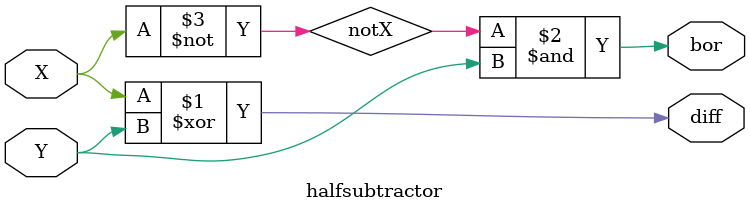
<source format=v>
module fullsubtractor(X, Y, BORin, diff, BORout);
	input X, Y, BORin;
	output diff, BORout;
	
	wire d1, b1, b2;
	halfsubtractor first (X, Y, d1, b1);
	halfsubtractor second (BORin, d1, diff, b2);
	or (BORout, b1, b2);

endmodule

module halfsubtractor(X, Y, diff, bor);
	input X, Y;
	output diff, bor;
	
	xor (diff, X, Y);
	wire notX;
	not (notX, X);
	and (bor, notX, Y);
endmodule

</source>
